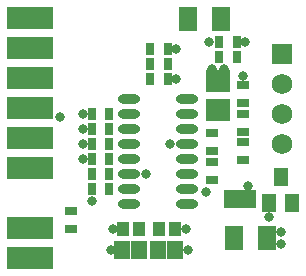
<source format=gts>
G04 Layer_Color=20142*
%FSLAX25Y25*%
%MOIN*%
G70*
G01*
G75*
%ADD31R,0.02769X0.04343*%
%ADD32R,0.07887X0.07296*%
%ADD33R,0.05918X0.07887*%
%ADD34R,0.05328X0.06115*%
%ADD35R,0.04343X0.02769*%
%ADD36R,0.04147X0.04540*%
%ADD37O,0.07493X0.03162*%
%ADD38R,0.04800X0.06400*%
%ADD39R,0.15200X0.07800*%
%ADD40C,0.06902*%
%ADD41R,0.06902X0.06902*%
%ADD42C,0.03200*%
D31*
X136453Y270500D02*
D03*
X130547D02*
D03*
X136453Y285500D02*
D03*
X130547D02*
D03*
Y265500D02*
D03*
X136453D02*
D03*
Y260500D02*
D03*
X130547D02*
D03*
X136453Y280500D02*
D03*
X130547D02*
D03*
X136453Y275500D02*
D03*
X130547D02*
D03*
X150047Y307000D02*
D03*
X155953D02*
D03*
Y302000D02*
D03*
X150047D02*
D03*
X155953Y297000D02*
D03*
X150047D02*
D03*
X178953Y304500D02*
D03*
X173047D02*
D03*
X178953Y309500D02*
D03*
X173047D02*
D03*
D32*
X172500Y296323D02*
D03*
Y286677D02*
D03*
D33*
X162488Y317000D02*
D03*
X173512D02*
D03*
X189012Y244000D02*
D03*
X177988D02*
D03*
D34*
X177244Y257000D02*
D03*
X182756D02*
D03*
X140744Y240000D02*
D03*
X146256D02*
D03*
X158256D02*
D03*
X152744D02*
D03*
D35*
X123500Y247047D02*
D03*
Y252953D02*
D03*
X181000Y294953D02*
D03*
Y289047D02*
D03*
Y285453D02*
D03*
Y279547D02*
D03*
Y275953D02*
D03*
Y270047D02*
D03*
X170500Y273047D02*
D03*
Y278953D02*
D03*
Y263547D02*
D03*
Y269453D02*
D03*
D36*
X146158Y247000D02*
D03*
X140842D02*
D03*
X152842D02*
D03*
X158158D02*
D03*
D37*
X162146Y255500D02*
D03*
Y260500D02*
D03*
Y265500D02*
D03*
Y270500D02*
D03*
Y275500D02*
D03*
Y280500D02*
D03*
Y285500D02*
D03*
Y290500D02*
D03*
X142854Y255500D02*
D03*
Y260500D02*
D03*
Y265500D02*
D03*
Y270500D02*
D03*
Y275500D02*
D03*
Y280500D02*
D03*
Y285500D02*
D03*
Y290500D02*
D03*
D38*
X193470Y264365D02*
D03*
X197270Y255635D02*
D03*
X189730D02*
D03*
D39*
X110000Y237500D02*
D03*
Y247500D02*
D03*
Y317500D02*
D03*
Y307500D02*
D03*
Y297500D02*
D03*
Y287500D02*
D03*
Y277500D02*
D03*
Y267500D02*
D03*
D40*
X194000Y275500D02*
D03*
Y285500D02*
D03*
Y295500D02*
D03*
D41*
Y305500D02*
D03*
D42*
X127500Y270500D02*
D03*
X120000Y284500D02*
D03*
X148500Y265500D02*
D03*
X127500Y285500D02*
D03*
Y275500D02*
D03*
X130500Y256500D02*
D03*
X127500Y280500D02*
D03*
X182756Y261244D02*
D03*
X189730Y251000D02*
D03*
X168500Y259500D02*
D03*
X181500Y309500D02*
D03*
X193500Y246000D02*
D03*
Y242000D02*
D03*
X162000Y247000D02*
D03*
X162500Y240000D02*
D03*
X137500Y247000D02*
D03*
X137000Y240000D02*
D03*
X169500Y309500D02*
D03*
X156500Y275500D02*
D03*
X181000Y298000D02*
D03*
X174500Y300500D02*
D03*
X170500D02*
D03*
X158500Y297000D02*
D03*
Y307000D02*
D03*
M02*

</source>
